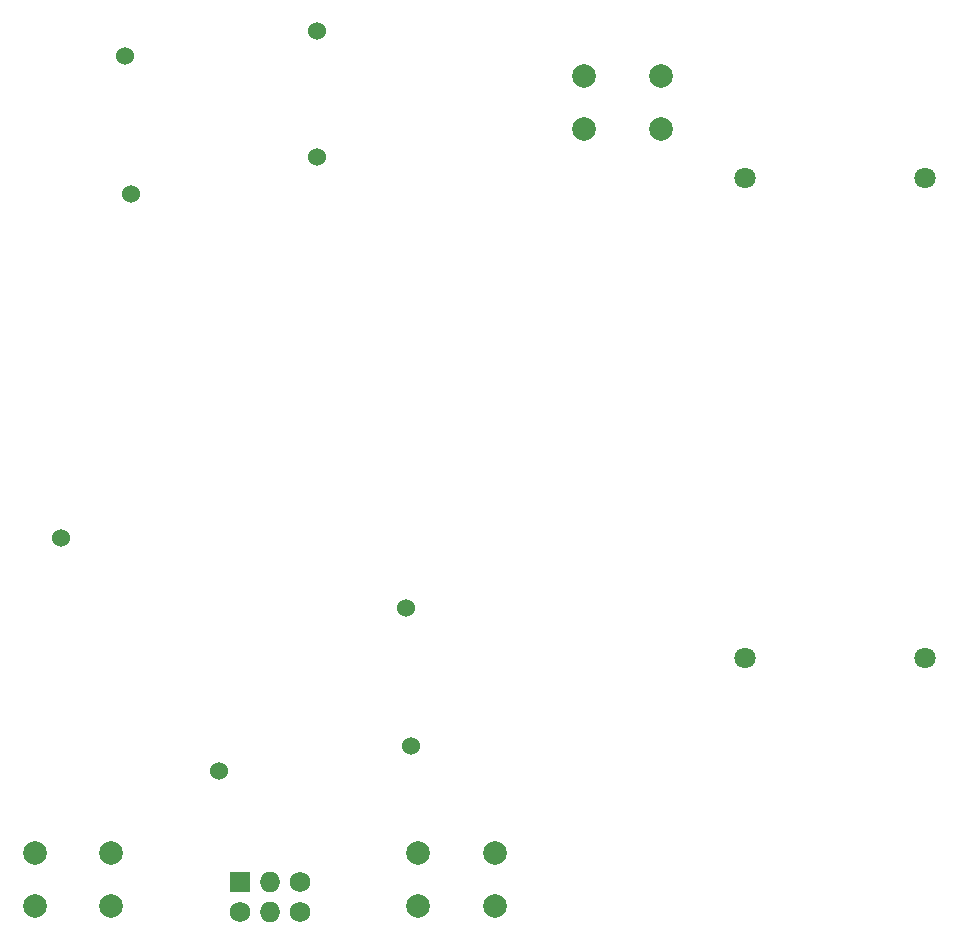
<source format=gbs>
%TF.GenerationSoftware,KiCad,Pcbnew,8.0.8*%
%TF.CreationDate,2025-04-19T23:00:14-04:00*%
%TF.ProjectId,EMP_Cyclone_SAO_v1,454d505f-4379-4636-9c6f-6e655f53414f,rev?*%
%TF.SameCoordinates,Original*%
%TF.FileFunction,Soldermask,Bot*%
%TF.FilePolarity,Negative*%
%FSLAX46Y46*%
G04 Gerber Fmt 4.6, Leading zero omitted, Abs format (unit mm)*
G04 Created by KiCad (PCBNEW 8.0.8) date 2025-04-19 23:00:14*
%MOMM*%
%LPD*%
G01*
G04 APERTURE LIST*
%ADD10R,1.727200X1.727200*%
%ADD11C,1.727200*%
%ADD12O,1.727200X1.727200*%
%ADD13C,1.524000*%
%ADD14C,2.000000*%
%ADD15C,1.800000*%
G04 APERTURE END LIST*
D10*
%TO.C,REF\u002A\u002A*%
X97670000Y-140750000D03*
D11*
X97670000Y-143290000D03*
D12*
X100210000Y-140750000D03*
X100210000Y-143290000D03*
D11*
X102750000Y-140750000D03*
X102750000Y-143290000D03*
%TD*%
D13*
%TO.C,U1*%
X88366800Y-82448600D03*
X104114800Y-79349800D03*
X82448600Y-111633200D03*
X111684000Y-117526000D03*
%TD*%
D14*
%TO.C,SW1*%
X126750000Y-72500000D03*
X133250000Y-72500000D03*
X126750000Y-77000000D03*
X133250000Y-77000000D03*
%TD*%
D15*
%TO.C,A1*%
X140380000Y-81090000D03*
X140380000Y-121730000D03*
X155620000Y-81090000D03*
X155620000Y-121730000D03*
%TD*%
D13*
%TO.C,U2*%
X104140200Y-68681800D03*
X87935000Y-70790000D03*
X95859800Y-131318200D03*
X112090400Y-129184600D03*
%TD*%
D14*
%TO.C,SW3*%
X86750000Y-142750000D03*
X80250000Y-142750000D03*
X86750000Y-138250000D03*
X80250000Y-138250000D03*
%TD*%
%TO.C,SW2*%
X112750000Y-138250000D03*
X119250000Y-138250000D03*
X112750000Y-142750000D03*
X119250000Y-142750000D03*
%TD*%
M02*

</source>
